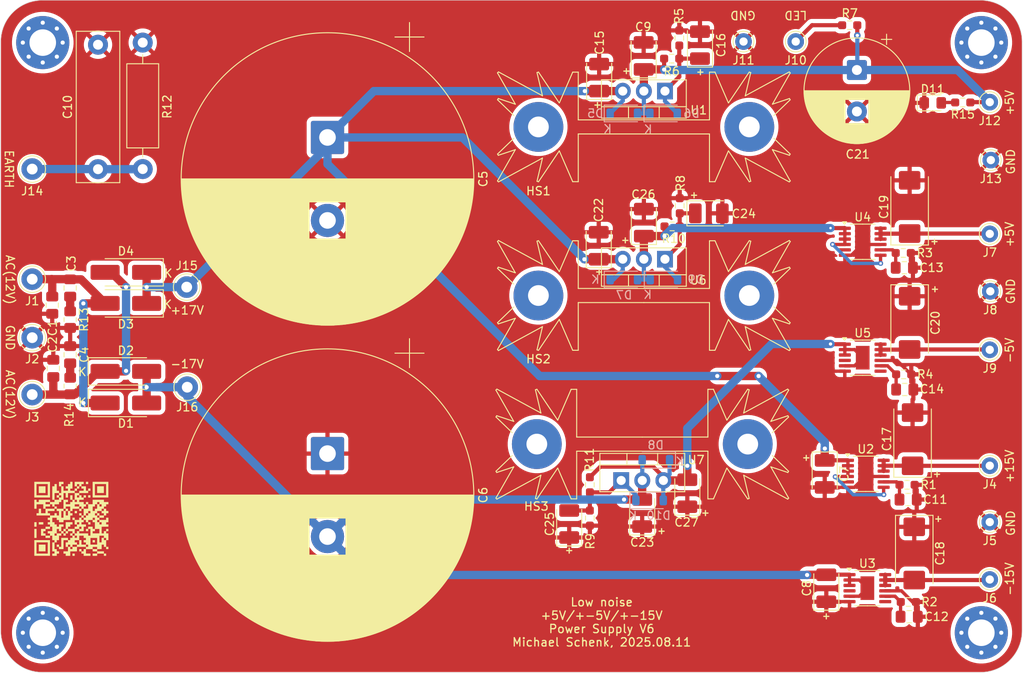
<source format=kicad_pcb>
(kicad_pcb (version 20241229) (generator "pcbnew") (generator_version "9.0")
  (layers (0 "F.Cu" signal) (2 "B.Cu" signal) (13 "F.Paste" user) (15 "B.Paste" user) (5 "F.SilkS" user "F.Silkscreen") (7 "B.SilkS" user "B.Silkscreen") (1 "F.Mask" user) (3 "B.Mask" user) (25 "Edge.Cuts" user))
  (net 0 "")
  (net 1 "+17V")
  (net 2 "Net-(D1-K)")
  (net 3 "Net-(D2-K)")
  (net 4 "GND")
  (net 5 "-17V")
  (net 6 "Net-(D5-A)")
  (net 7 "Net-(J14-Pin_1)")
  (net 8 "Net-(U2-SET)")
  (net 9 "Net-(U3-SET)")
  (net 10 "Net-(U4-SET)")
  (net 11 "Net-(U5-SET)")
  (net 12 "Net-(C3-Pad2)")
  (net 13 "Net-(C4-Pad2)")
  (net 14 "Net-(D6-A)")
  (net 15 "Net-(J4-Pin_1)")
  (net 16 "Net-(J6-Pin_1)")
  (net 17 "Net-(J7-Pin_1)")
  (net 18 "Net-(J9-Pin_1)")
  (net 19 "Net-(D9-A)")
  (net 20 "Net-(D10-K)")
  (net 21 "Net-(D7-A)")
  (net 22 "Net-(D10-A)")
  (net 23 "Net-(J10-Pin_1)")
  (net 30 "Net-(D11-A)")
  (footprint "Capacitor_SMD:C_0805_2012Metric_Pad1.18x1.45mm_HandSolder" (layer "F.Cu") (at 100.203 86.2545 -90)
    (property "Reference" "C1")
    (property "Value" "Cx/10nF/50V")
  )
  (footprint "Capacitor_SMD:C_0805_2012Metric_Pad1.18x1.45mm_HandSolder" (layer "F.Cu") (at 100.33 93.8745 -90)
    (property "Reference" "C2")
    (property "Value" "Cx/10nF/50V")
  )
  (footprint "Capacitor_SMD:C_0805_2012Metric_Pad1.18x1.45mm_HandSolder" (layer "F.Cu") (at 102.362 84.1795 -90)
    (property "Reference" "C3")
    (property "Value" "Cs/50V")
  )
  (footprint "Capacitor_SMD:C_0805_2012Metric_Pad1.18x1.45mm_HandSolder" (layer "F.Cu") (at 102.362 92.2235 -90)
    (property "Reference" "C4")
    (property "Value" "Cs/50V")
  )
  (footprint "Capacitor_THT:CP_Radial_D35.0mm_P10.00mm_SnapIn" (layer "F.Cu") (at 133.35 66.04 -90)
    (property "Reference" "C5")
    (property "Value" "22000uF/25VDC")
  )
  (footprint "Capacitor_THT:CP_Radial_D35.0mm_P10.00mm_SnapIn" (layer "F.Cu") (at 133.35 104.14 -90)
    (property "Reference" "C6")
    (property "Value" "22000uF/25VDC")
  )
  (footprint "Capacitor_Tantalum_SMD:CP_EIA-3528-21_Kemet-B_HandSolder" (layer "F.Cu") (at 193.2305 106.5905 -90)
    (property "Reference" "C7")
    (property "Value" "10uF/25V")
  )
  (footprint "Capacitor_Tantalum_SMD:CP_EIA-3528-21_Kemet-B_HandSolder" (layer "F.Cu") (at 193.421 120.37 90)
    (property "Reference" "C8")
    (property "Value" "10uF/25V")
  )
  (footprint "Capacitor_Tantalum_SMD:CP_EIA-3528-21_Kemet-B_HandSolder" (layer "F.Cu") (at 166.0652 58.8245 90)
    (property "Reference" "C15")
    (property "Value" "10uF/25V")
  )
  (footprint "Capacitor_Tantalum_SMD:CP_EIA-3528-21_Kemet-B_HandSolder" (layer "F.Cu") (at 178.2064 54.9129 90)
    (property "Reference" "C16")
    (property "Value" "10uF/25V")
  )
  (footprint "Capacitor_Tantalum_SMD:CP_EIA-7343-31_Kemet-D_HandSolder" (layer "F.Cu") (at 203.8096 102.4057 90)
    (property "Reference" "C17")
    (property "Value" "47uF/25V")
  )
  (footprint "Capacitor_Tantalum_SMD:CP_EIA-7343-31_Kemet-D_HandSolder" (layer "F.Cu") (at 204.0128 116.1725 -90)
    (property "Reference" "C18")
    (property "Value" "47uF/25V")
  )
  (footprint "Capacitor_Tantalum_SMD:CP_EIA-7343-31_Kemet-D_HandSolder" (layer "F.Cu") (at 203.454 74.4149 90)
    (property "Reference" "C19")
    (property "Value" "47uF/25V")
  )
  (footprint "Capacitor_Tantalum_SMD:CP_EIA-7343-31_Kemet-D_HandSolder" (layer "F.Cu") (at 203.454 88.3849 -90)
    (property "Reference" "C20")
    (property "Value" "47uF/25V")
  )
  (footprint "Capacitor_THT:CP_Radial_D12.5mm_P5.00mm" (layer "F.Cu") (at 197.104 57.912 -90)
    (property "Reference" "C21")
    (property "Value" "1000uF/35V")
  )
  (footprint "Capacitor_Tantalum_SMD:CP_EIA-3528-21_Kemet-B_HandSolder" (layer "F.Cu") (at 166.0144 79.0937 90)
    (property "Reference" "C22")
    (property "Value" "10uF/25V")
  )
  (footprint "Capacitor_Tantalum_SMD:CP_EIA-3528-21_Kemet-B_HandSolder" (layer "F.Cu") (at 179.2751 75.184)
    (property "Reference" "C24")
    (property "Value" "10uF/25V")
  )
  (footprint "Capacitor_Tantalum_SMD:CP_EIA-3528-21_Kemet-B_HandSolder" (layer "F.Cu") (at 171.45 76.2997 90)
    (property "Reference" "C26")
    (property "Value" "10uF/25V")
  )
  (footprint "Diode_SMD:D_SMA_Handsoldering" (layer "F.Cu") (at 109.0695 98.044)
    (property "Reference" "D1")
    (property "Value" "BYG20D")
  )
  (footprint "Diode_SMD:D_SMA_Handsoldering" (layer "F.Cu") (at 109.0695 94.234)
    (property "Reference" "D2")
    (property "Value" "BYG20D")
  )
  (footprint "Diode_SMD:D_SMA_Handsoldering" (layer "F.Cu") (at 109.0695 86.0425 180)
    (property "Reference" "D3")
    (property "Value" "BYG20D")
  )
  (footprint "Diode_SMD:D_SMA_Handsoldering" (layer "F.Cu") (at 109.0695 82.296 180)
    (property "Reference" "D4")
    (property "Value" "BYG20D")
  )
  (footprint "MountingHole:MountingHole_3.2mm_M3_Pad_Via" (layer "F.Cu") (at 99.06 54.61)
    (property "Reference" "H1" (hide yes))
    (property "Value" "MountingHole")
  )
  (footprint "MountingHole:MountingHole_3.2mm_M3_Pad_Via" (layer "F.Cu") (at 212.09 54.61)
    (property "Reference" "H2" (hide yes))
    (property "Value" "MountingHole")
  )
  (footprint "MountingHole:MountingHole_3.2mm_M3_Pad_Via" (layer "F.Cu") (at 212.09 125.73)
    (property "Reference" "H3" (hide yes))
    (property "Value" "MountingHole")
  )
  (footprint "MountingHole:MountingHole_3.2mm_M3_Pad_Via" (layer "F.Cu") (at 99.06 125.73)
    (property "Reference" "H4" (hide yes))
    (property "Value" "MountingHole")
  )
  (footprint "Heatsink:Heatsink_Fischer_SK104-STC-STIC_35x13mm_2xDrill2.5mm" (layer "F.Cu") (at 171.45 64.77 180)
    (property "Reference" "HS1")
    (property "Value" "Heatsink")
  )
  (footprint "Heatsink:Heatsink_Fischer_SK104-STC-STIC_35x13mm_2xDrill2.5mm" (layer "F.Cu") (at 171.45 85.09)
    (property "Reference" "HS2")
    (property "Value" "Heatsink")
  )
  (footprint "Connector_Pin:Pin_D1.3mm_L11.0mm" (layer "F.Cu") (at 97.79 83.1215)
    (property "Reference" "J1")
    (property "Value" "AC")
  )
  (footprint "Connector_Pin:Pin_D1.3mm_L11.0mm" (layer "F.Cu") (at 97.79 97.028)
    (property "Reference" "J3")
    (property "Value" "AC")
  )
  (footprint "Connector_Pin:Pin_D1.0mm_L10.0mm" (layer "F.Cu") (at 213.106 105.6005)
    (property "Reference" "J4")
    (property "Value" "+15V")
  )
  (footprint "Connector_Pin:Pin_D1.0mm_L10.0mm" (layer "F.Cu") (at 213.106 112.395)
    (property "Reference" "J5")
    (property "Value" "GND")
  )
  (footprint "Connector_Pin:Pin_D1.0mm_L10.0mm" (layer "F.Cu") (at 213.106 119.3165)
    (property "Reference" "J6")
    (property "Value" "-15V")
  )
  (footprint "Connector_Pin:Pin_D1.0mm_L10.0mm" (layer "F.Cu") (at 213.106 77.6605)
    (property "Reference" "J7")
    (property "Value" "+5V")
  )
  (footprint "Connector_Pin:Pin_D1.0mm_L10.0mm" (layer "F.Cu") (at 213.1695 84.582)
    (property "Reference" "J8")
    (property "Value" "GND")
  )
  (footprint "Connector_Pin:Pin_D1.0mm_L10.0mm" (layer "F.Cu") (at 213.106 91.6305)
    (property "Reference" "J9")
    (property "Value" "-5V")
  )
  (footprint "Connector_Pin:Pin_D1.0mm_L10.0mm" (layer "F.Cu") (at 189.738 54.483)
    (property "Reference" "J10")
    (property "Value" "LED")
  )
  (footprint "Connector_Pin:Pin_D1.0mm_L10.0mm" (layer "F.Cu") (at 183.4515 54.483)
    (property "Reference" "J11")
    (property "Value" "GND")
  )
  (footprint "Connector_Pin:Pin_D1.0mm_L10.0mm" (layer "F.Cu") (at 213.106 61.7855)
    (property "Reference" "J12")
    (property "Value" "+5V")
  )
  (footprint "Connector_Pin:Pin_D1.0mm_L10.0mm" (layer "F.Cu") (at 213.233 68.7705)
    (property "Reference" "J13")
    (property "Value" "GND")
  )
  (footprint "Resistor_SMD:R_0603_1608Metric_Pad0.98x0.95mm_HandSolder" (layer "F.Cu") (at 203.1473 107.8992)
    (property "Reference" "R1")
    (property "Value" "150k")
  )
  (footprint "Resistor_SMD:R_0603_1608Metric_Pad0.98x0.95mm_HandSolder" (layer "F.Cu") (at 203.2997 122.0216 180)
    (property "Reference" "R2")
    (property "Value" "150k")
  )
  (footprint "Resistor_SMD:R_0603_1608Metric_Pad0.98x0.95mm_HandSolder" (layer "F.Cu") (at 202.6901 79.9592)
    (property "Reference" "R3")
    (property "Value" "49.9k")
  )
  (footprint "Resistor_SMD:R_0603_1608Metric_Pad0.98x0.95mm_HandSolder" (layer "F.Cu") (at 202.7409 94.5896 180)
    (property "Reference" "R4")
    (property "Value" "49.9k")
  )
  (footprint "Resistor_SMD:R_0603_1608Metric_Pad0.98x0.95mm_HandSolder" (layer "F.Cu") (at 175.7172 54.0531 90)
    (property "Reference" "R5")
    (property "Value" "750R")
  )
  (footprint "Resistor_SMD:R_0603_1608Metric_Pad0.98x0.95mm_HandSolder" (layer "F.Cu") (at 174.8009 56.5404)
    (property "Reference" "R6")
    (property "Value" "249R")
  )
  (footprint "Resistor_SMD:R_0603_1608Metric_Pad0.98x0.95mm_HandSolder" (layer "F.Cu") (at 196.2385 52.5145)
    (property "Reference" "R7")
    (property "Value" "240R")
  )
  (footprint "Resistor_SMD:R_0603_1608Metric_Pad0.98x0.95mm_HandSolder" (layer "F.Cu") (at 175.768 74.2715 90)
    (property "Reference" "R8")
    (property "Value" "910R")
  )
  (footprint "Resistor_SMD:R_0603_1608Metric_Pad0.98x0.95mm_HandSolder" (layer "F.Cu") (at 174.8517 76.7588)
    (property "Reference" "R10")
    (property "Value" "240R")
  )
  (footprint "Package_TO_SOT_THT:TO-220-3_Vertical" (layer "F.Cu") (at 173.99 60.452 180)
    (property "Reference" "U1")
    (property "Value" "LM317_TO-220")
  )
  (footprint "Package_SO:MSOP-12-1EP_3x4.039mm_P0.65mm_EP1.651x2.845mm" (layer "F.Cu") (at 198.1745 106.5755)
    (property "Reference" "U2")
    (property "Value" "LT3045xMSE")
  )
  (footprint "Package_SO:MSOP-12-1EP_3x4.039mm_P0.65mm_EP1.651x2.845mm" (layer "F.Cu") (at 198.365 120.355)
    (property "Reference" "U3")
    (property "Value" "LT3094xMSE")
  )
  (footprint "Package_SO:MSOP-12-1EP_3x4.039mm_P0.65mm_EP1.651x2.845mm" (layer "F.Cu") (at 197.8025 78.613)
    (property "Reference" "U4")
    (property "Value" "LT3045xMSE")
  )
  (footprint "Package_SO:MSOP-12-1EP_3x4.039mm_P0.65mm_EP1.651x2.845mm" (layer "F.Cu") (at 197.8025 92.583)
    (property "Reference" "U5")
    (property "Value" "LT3094xMSE")
  )
  (footprint "Package_TO_SOT_THT:TO-220-3_Vertical" (layer "F.Cu") (at 173.99 80.7085 180)
    (property "Reference" "U6")
    (property "Value" "LM317_TO-220")
  )
  (footprint "Capacitor_Tantalum_SMD:CP_EIA-3528-21_Kemet-B_HandSolder" (layer "F.Cu") (at 171.4246 56.2121 90)
    (property "Reference" "C9")
    (property "Value" "10uF/25V")
  )
  (footprint "Capacitor_THT:C_Rect_L18.0mm_W5.0mm_P15.00mm_FKS3_FKP3" (layer "F.Cu") (at 105.7148 54.864 -90)
    (property "Reference" "C10")
    (property "Value" "2.2nF/2kV")
  )
  (footprint "Connector_Pin:Pin_D1.3mm_L11.0mm" (layer "F.Cu") (at 97.79 69.85)
    (property "Reference" "J14")
    (property "Value" "EARTH")
  )
  (footprint "Resistor_THT:R_Axial_DIN0411_L9.9mm_D3.6mm_P15.24mm_Horizontal" (layer "F.Cu") (at 111.0996 54.61 -90)
    (property "Reference" "R12")
    (property "Value" "100R/2W")
  )
  (footprint "Capacitor_SMD:C_0805_2012Metric_Pad1.18x1.45mm_HandSolder" (layer "F.Cu") (at 203.2723 109.6772)
    (property "Reference" "C11")
    (property "Value" "470nF/50V")
  )
  (footprint "Capacitor_SMD:C_0805_2012Metric_Pad1.18x1.45mm_HandSolder" (layer "F.Cu") (at 203.4032 123.7996 180)
    (property "Reference" "C12")
    (property "Value" "470nF/50V")
  )
  (footprint "Capacitor_SMD:C_0805_2012Metric_Pad1.18x1.45mm_HandSolder" (layer "F.Cu") (at 202.8151 81.7372)
    (property "Reference" "C13")
    (property "Value" "470nF/50V")
  )
  (footprint "Capacitor_SMD:C_0805_2012Metric_Pad1.18x1.45mm_HandSolder" (layer "F.Cu") (at 202.8659 96.4184 180)
    (property "Reference" "C14")
    (property "Value" "470nF/50V")
  )
  (footprint "Resistor_SMD:R_0603_1608Metric_Pad0.98x0.95mm_HandSolder" (layer "F.Cu") (at 164.9476 107.9011 90)
    (property "Reference" "R11")
    (property "Value" "240R")
  )
  (footprint "Resistor_SMD:R_0603_1608Metric_Pad0.98x0.95mm_HandSolder" (layer "F.Cu") (at 164.9476 111.9105 90)
    (property "Reference" "R9")
    (property "Value" "910R")
  )
  (footprint "Package_TO_SOT_THT:TO-220-3_Vertical" (layer "F.Cu") (at 168.7195 107.3785)
    (property "Reference" "U7")
    (property "Value" "LM337_TO220")
  )
  (footprint "Heatsink:Heatsink_Fischer_SK104-STC-STIC_35x13mm_2xDrill2.5mm" (layer "F.Cu") (at 171.2595 102.997)
    (property "Reference" "HS3")
    (property "Value" "Heatsink")
  )
  (footprint "Capacitor_Tantalum_SMD:CP_EIA-3528-21_Kemet-B_HandSolder" (layer "F.Cu") (at 171.2468 111.3047 90)
    (property "Reference" "C23")
    (property "Value" "10uF/25V")
  )
  (footprint "Capacitor_Tantalum_SMD:CP_EIA-3528-21_Kemet-B_HandSolder" (layer "F.Cu") (at 162.4584 112.6255 90)
    (property "Reference" "C25")
    (property "Value" "10uF/25V")
  )
  (footprint "Capacitor_Tantalum_SMD:CP_EIA-3528-21_Kemet-B_HandSolder" (layer "F.Cu") (at 176.6824 108.9171 90)
    (property "Reference" "C27")
    (property "Value" "10uF/25V")
  )
  (footprint "Connector_Pin:Pin_D1.3mm_L11.0mm" (layer "F.Cu") (at 116.3955 84.074)
    (property "Reference" "J15")
    (property "Value" "+17V")
  )
  (footprint "Connector_Pin:Pin_D1.3mm_L11.0mm" (layer "F.Cu") (at 116.459 96.139)
    (property "Reference" "J16")
    (property "Value" "-17V")
  )
  (footprint "Connector_Pin:Pin_D1.3mm_L11.0mm" (layer "F.Cu") (at 97.79 90.17)
    (property "Reference" "J2")
    (property "Value" "GND")
  )
  (footprint "Resistor_SMD:R_0603_1608Metric_Pad0.98x0.95mm_HandSolder" (layer "F.Cu") (at 209.8529 61.8236 180)
    (property "Reference" "R15")
    (property "Value" "330R")
  )
  (footprint "Resistor_SMD:R_0805_2012Metric_Pad1.20x1.40mm_HandSolder" (layer "F.Cu") (at 102.362 95.996 -90)
    (property "Reference" "R14")
    (property "Value" "Rs/1/8W")
  )
  (footprint "Resistor_SMD:R_0805_2012Metric_Pad1.20x1.40mm_HandSolder" (layer "F.Cu") (at 102.362 87.995 -90)
    (property "Reference" "R13")
    (property "Value" "Rs/1/8W")
  )
  (footprint "LOGO" (layer "F.Cu") (at 102.5 112)
    (property "Reference" "G***" (hide yes))
    (property "Value" "LOGO" (hide yes))
  )
  (footprint "LED_SMD:LED_0805_2012Metric_Pad1.15x1.40mm_HandSolder" (layer "F.Cu") (at 206.239 61.8744)
    (property "Reference" "D11")
    (property "Value" "LED")
  )
  (footprint "Diode_SMD:D_SOD-123" (layer "B.Cu") (at 169.038 63.1444)
    (property "Reference" "D5")
    (property "Value" "1N4148W")
  )
  (footprint "Diode_SMD:D_SOD-123" (layer "B.Cu") (at 173.8239 63.1444)
    (property "Reference" "D6")
    (property "Value" "1N4148W")
  )
  (footprint "Diode_SMD:D_SOD-123" (layer "B.Cu") (at 169.038 83.1596)
    (property "Reference" "D7")
    (property "Value" "1N4148W")
  )
  (footprint "Diode_SMD:D_SOD-123" (layer "B.Cu") (at 173.862 83.1596)
    (property "Reference" "D9")
    (property "Value" "1N4148W")
  )
  (footprint "Diode_SMD:D_SOD-123" (layer "B.Cu") (at 172.1368 109.7788)
    (property "Reference" "D10")
    (property "Value" "1N4148W")
  )
  (footprint "Diode_SMD:D_SOD-123" (layer "B.Cu") (at 172.8968 104.902 180)
    (property "Reference" "D8")
    (property "Value" "1N4148W")
  )
  (gr_line (start 212 130.5) (end 99 130.5) (stroke (width 0.05)) (layer "Edge.Cuts"))
  (gr_line (start 94 125.5) (end 94 54.5) (stroke (width 0.05)) (layer "Edge.Cuts"))
  (gr_arc (start 99 130.5) (mid 95.464466 129.035534) (end 94 125.5) (stroke (width 0.05)) (layer "Edge.Cuts"))
  (gr_arc (start 94 54.5) (mid 95.464466 50.964466) (end 99 49.5) (stroke (width 0.05)) (layer "Edge.Cuts"))
  (gr_arc (start 212 49.5) (mid 215.535534 50.964466) (end 217 54.5) (stroke (width 0.05)) (layer "Edge.Cuts"))
  (gr_line (start 217 54.5) (end 217 125.5) (stroke (width 0.05)) (layer "Edge.Cuts"))
  (gr_line (start 99 49.5) (end 212 49.5) (stroke (width 0.05)) (layer "Edge.Cuts"))
  (gr_arc (start 217 125.5) (mid 215.535534 129.035534) (end 212 130.5) (stroke (width 0.05)) (layer "Edge.Cuts"))
  (gr_text "+17V" (at 116.459 86.868 0) (layer "F.SilkS") (effects (font (size 1 1))))
  (gr_text "-17V" (at 116.459 93.345 0) (layer "F.SilkS") (effects (font (size 1 1))))
  (gr_text "K" (at 114.1095 86.1695 0) (layer "F.SilkS") (effects (font (size 1 1))))
  (gr_text "K" (at 103.8225 94.2975 0) (layer "F.SilkS") (effects (font (size 1 1))))
  (gr_text "K" (at 103.8225 97.9805 0) (layer "F.SilkS") (effects (font (size 1 1))))
  (gr_text "AC(12V)" (at 95.123 83.185 270) (layer "F.SilkS") (effects (font (size 1 1))))
  (gr_text "AC(12V)" (at 95.123 97.028 270) (layer "F.SilkS") (effects (font (size 1 1))))
  (gr_text "EARTH" (at 94.996 69.85 -90) (layer "F.SilkS") (effects (font (size 1 1))))
  (gr_text "GND" (at 183.388 51.308 180) (layer "F.SilkS") (effects (font (size 1 1))))
  (gr_text "LED" (at 189.738 51.308 180) (layer "F.SilkS") (effects (font (size 1 1))))
  (gr_text "+5V" (at 215.5 77.724 90) (layer "F.SilkS") (effects (font (size 1 1))))
  (gr_text "-5V" (at 215.5 91.694 90) (layer "F.SilkS") (effects (font (size 1 1))))
  (gr_text "GND" (at 215.627 68.961 90) (layer "F.SilkS") (effects (font (size 1 1))))
  (gr_text "GND" (at 215.627 84.582 90) (layer "F.SilkS") (effects (font (size 1 1))))
  (gr_text "GND" (at 215.627 112.522 90) (layer "F.SilkS") (effects (font (size 1 1))))
  (gr_text "-15V" (at 215.5 119.25 90) (layer "F.SilkS") (effects (font (size 1 1))))
  (gr_text "+15V" (at 215.5 105.664 90) (layer "F.SilkS") (effects (font (size 1 1))))
  (gr_text "+" (at 173.5836 113.4364 0) (layer "F.SilkS") (effects (font (size 0.8 0.8))))
  (gr_text "+" (at 166.0652 82.1944 0) (layer "F.SilkS") (effects (font (size 0.8 0.8))))
  (gr_text "GND" (at 95.123 90.17 270) (layer "F.SilkS") (effects (font (size 1 1))))
  (gr_text "+" (at 165.862 62.0776 0) (layer "F.SilkS") (effects (font (size 0.8 0.8))))
  (gr_text "+" (at 206.502 84.2772 0) (layer "F.SilkS") (effects (font (size 0.8 0.8))))
  (gr_text "+" (at 206.756 106.5784 0) (layer "F.SilkS") (effects (font (size 0.8 0.8))))
  (gr_text "+" (at 177.4952 72.9488 0) (layer "F.SilkS") (effects (font (size 0.8 0.8))))
  (gr_text "+" (at 191.008 104.5972 0) (layer "F.SilkS") (effects (font (size 0.8 0.8))))
  (gr_text "+" (at 178.2572 58.1152 0) (layer "F.SilkS") (effects (font (size 0.8 0.8))))
  (gr_text "+" (at 193.421 123.698 0) (layer "F.SilkS") (effects (font (size 0.8 0.8))))
  (gr_text "K" (at 114.173 82.423 0) (layer "F.SilkS") (effects (font (size 1 1))))
  (gr_text "+" (at 206.9084 111.9632 0) (layer "F.SilkS") (effects (font (size 0.8 0.8))))
  (gr_text "+" (at 162.4584 115.7732 0) (layer "F.SilkS") (effects (font (size 0.8 0.8))))
  (gr_text "+" (at 169.3418 57.9882 0) (layer "F.SilkS") (effects (font (size 0.8 0.8))))
  (gr_text "Low noise\n+5V/+-5V/+-15V\nPower Supply V6\nMichael Schenk, 2025.08.11" (at 166.37 124.46 0) (layer "F.SilkS") (effects (font (size 1 1))))
  (gr_text "+5V" (at 215.5 61.849 90) (layer "F.SilkS") (effects (font (size 1 1))))
  (gr_text "+" (at 206.4512 78.5368 0) (layer "F.SilkS") (effects (font (size 0.8 0.8))))
  (gr_text "+" (at 169.2148 78.3844 0) (layer "F.SilkS") (effects (font (size 0.8 0.8))))
  (gr_text "+" (at 178.8668 111.252 0) (layer "F.SilkS") (effects (font (size 0.8 0.8))))
  (gr_text "K" (at 170.1292 111.6584 -0) (layer "B.SilkS") (effects (font (size 1 1)) (justify mirror)))
  (gr_text "K" (at 175.768 105.1052 -0) (layer "B.SilkS") (effects (font (size 1 1)) (justify mirror)))
  (gr_text "K" (at 165.608 83.1596 -0) (layer "B.SilkS") (effects (font (size 1 1)) (justify mirror)))
  (gr_text "K" (at 171.9072 84.9884 -0) (layer "B.SilkS") (effects (font (size 1 1)) (justify mirror)))
  (gr_text "K" (at 167.0812 65.024 -0) (layer "B.SilkS") (effects (font (size 1 1)) (justify mirror)))
  (gr_text "K" (at 171.958 65.0748 -0) (layer "B.SilkS") (effects (font (size 1 1)) (justify mirror)))
  (segment (start 111.5695 84.074) (end 111.5695 82.296) (width 1) (layer "F.Cu") (net 1))
  (segment (start 166.0144 80.7212) (end 168.8973 80.7212) (width 1) (layer "F.Cu") (net 1))
  (segment (start 196.0245 106.9005) (end 196.0245 104.9505) (width 0.4) (layer "F.Cu") (net 1))
  (segment (start 200.3245 108.2005) (end 200.3245 109.075) (width 0.4) (layer "F.Cu") (net 1))
  (segment (start 193.2305 104.963) (end 193.2305 103.5431) (width 1) (layer "F.Cu") (net 1))
  (segment (start 166.0652 60.452) (end 164.338 60.452) (width 1) (layer "F.Cu") (net 1))
  (segment (start 185.2676 94.7928) (end 180.2892 94.7928) (width 1) (layer "F.Cu") (net 1))
  (segment (start 166.0144 80.7212) (end 164.2872 80.7212) (width 1) (layer "F.Cu") (net 1))
  (segment (start 166.0652 60.452) (end 168.91 60.452) (width 1) (layer "F.Cu") (net 1))
  (segment (start 168.8973 80.7212) (end 168.91 80.7085) (width 1) (layer "F.Cu") (net 1))
  (segment (start 200.3245 109.075) (end 200.3425 109.093) (width 0.4) (layer "F.Cu") (net 1))
  (segment (start 194.534 106.9005) (end 194.5005 106.934) (width 0.4) (layer "F.Cu") (net 1))
  (segment (start 196.0245 104.9505) (end 193.2455 104.9505) (width 0.5) (layer "F.Cu") (net 1))
  (segment (start 193.2305 103.5431) (end 193.2432 103.5304) (width 1) (layer "F.Cu") (net 1))
  (segment (start 111.5695 86.0425) (end 111.5695 84.074) (width 1) (layer "F.Cu") (net 1))
  (segment (start 196.0245 106.9005) (end 194.534 106.9005) (width 0.4) (layer "F.Cu") (net 1))
  (via (at 164.338 60.452) (size 1) (drill 0.5) (layers "F.Cu" "B.Cu") (net 1))
  (via (at 180.2892 94.7928) (size 1) (drill 0.5) (layers "F.Cu" "B.Cu") (net 1))
  (via (at 193.2432 103.5304) (size 1) (drill 0.5) (layers "F.Cu" "B.Cu") (net 1))
  (via (at 111.5695 84.074) (size 1) (drill 0.5) (layers "F.Cu" "B.Cu") (net 1))
  (via (at 200.3425 109.093) (size 0.6) (drill 0.3) (layers "F.Cu" "B.Cu") (net 1))
  (via (at 185.2676 94.7928) (size 1) (drill 0.5) (layers "F.Cu" "B.Cu") (net 1))
  (via (at 194.5005 106.934) (size 0.6) (drill 0.3) (layers "F.Cu" "B.Cu") (net 1))
  (via (at 164.2872 80.7212) (size 1) (drill 0.5) (layers "F.Cu" "B.Cu") (net 1))
  (segment (start 164.338 60.452) (end 138.938 60.452) (width 1) (layer "B.Cu") (net 1))
  (segment (start 167.7924 83.1596) (end 168.91 82.042) (width 0.5) (layer "B.Cu") (net 1))
  (segment (start 164.2872 80.7212) (end 149.606 66.04) (width 1) (layer "B.Cu") (net 1))
  (segment (start 193.2432 102.7684) (end 185.2676 94.7928) (width 1) (layer "B.Cu") (net 1))
  (segment (start 200.3425 109.093) (end 196.6595 109.093) (width 0.4) (layer "B.Cu") (net 1))
  (segment (start 196.6595 109.093) (end 194.5005 106.934) (width 0.4) (layer "B.Cu") (net 1))
  (segment (start 168.91 82.042) (end 168.91 80.7085) (width 0.5) (layer "B.Cu") (net 1))
  (segment (start 158.9024 94.7928) (end 133.35 69.2404) (width 1) (layer "B.Cu") (net 1))
  (segment (start 138.938 60.452) (end 133.35 66.04) (width 1) (layer "B.Cu") (net 1))
  (segment (start 167.388 83.1596) (end 167.7924 83.1596) (width 0.5) (layer "B.Cu") (net 1))
  (segment (start 167.388 63.1444) (end 168.91 61.6224) (width 0.5) (layer "B.Cu") (net 1))
  (segment (start 180.2892 94.7928) (end 158.9024 94.7928) (width 1) (layer "B.Cu") (net 1))
  (segment (start 193.2432 103.5304) (end 193.2432 102.7684) (width 1) (layer "B.Cu") (net 1))
  (segment (start 168.91 61.6224) (end 168.91 60.452) (width 0.5) (layer "B.Cu") (net 1))
  (segment (start 133.35 69.2404) (end 133.35 66.04) (width 1) (layer "B.Cu") (net 1))
  (segment (start 149.606 66.04) (end 133.35 66.04) (width 1) (layer "B.Cu") (net 1))
  (segment (start 116.3955 84.074) (end 111.5695 84.074) (width 1) (layer "B.Cu") (net 1))
  (segment (start 133.35 67.1195) (end 116.3955 84.074) (width 1) (layer "B.Cu") (net 1))
  (segment (start 106.5695 98.044) (end 103.9495 98.044) (width 1) (layer "F.Cu") (net 2))
  (segment (start 100.1395 83.1215) (end 102.3415 83.1215) (width 1) (layer "F.Cu") (net 2))
  (segment (start 102.362 83.142) (end 103.669 83.142) (width 1) (layer "F.Cu") (net 2))
  (segment (start 103.669 83.142) (end 106.5695 86.0425) (width 1) (layer "F.Cu") (net 2))
  (segment (start 100.203 83.185) (end 100.1395 83.1215) (width 1) (layer "F.Cu") (net 2))
  (segment (start 102.3415 83.1215) (end 102.362 83.142) (width 1) (layer "F.Cu") (net 2))
  (segment (start 100.203 85.217) (end 100.203 83.185) (width 1) (layer "F.Cu") (net 2))
  (segment (start 106.5695 86.0425) (end 103.9495 86.0425) (width 1) (layer "F.Cu") (net 2))
  (segment (start 97.79 83.1215) (end 100.1395 83.1215) (width 1) (layer "F.Cu") (net 2))
  (via (at 103.9495 98.044) (size 1) (drill 0.5) (layers "F.Cu" "B.Cu") (net 2))
  (via (at 103.9495 86.0425) (size 1) (drill 0.5) (layers "F.Cu" "B.Cu") (net 2))
  (segment (start 103.9495 98.044) (end 103.9495 86.0425) (width 1) (layer "B.Cu") (net 2))
  (segment (start 102.9575 96.996) (end 105.7195 94.234) (width 1) (layer "F.Cu") (net 3))
  (segment (start 100.711 97.028) (end 102.33 97.028) (width 1) (layer "F.Cu") (net 3))
  (segment (start 107.315 82.296) (end 109.093 84.074) (width 1) (layer "F.Cu") (net 3))
  (segment (start 106.5695 94.234) (end 109.0295 94.234) (width 1) (layer "F.Cu") (net 3))
  (segment (start 102.362 96.996) (end 102.9575 96.996) (width 1) (layer "F.Cu") (net 3))
  (segment (start 105.7195 94.234) (end 106.5695 94.234) (width 1) (layer "F.Cu") (net 3))
  (segment (start 100.33 96.647) (end 100.711 97.028) (width 1) (layer "F.Cu") (net 3))
  (segment (start 97.79 97.028) (end 100.711 97.028) (width 1) (layer "F.Cu") (net 3))
  (segment (start 100.33 94.912) (end 100.33 96.647) (width 1) (layer "F.Cu") (net 3))
  (segment (start 109.0295 94.234) (end 109.093 94.1705) (width 0.5) (layer "F.Cu") (net 3))
  (segment (start 102.33 97.028) (end 102.362 96.996) (width 1) (layer "F.Cu") (net 3))
  (via (at 109.093 84.074) (size 1) (drill 0.5) (layers "F.Cu" "B.Cu") (net 3))
  (via (at 109.093 94.1705) (size 1) (drill 0.5) (layers "F.Cu" "B.Cu") (net 3))
  (segment (start 109.093 94.1705) (end 109.093 84.074) (width 1) (layer "B.Cu") (net 3))
  (segment (start 199.9525 78.938) (end 198.1275 78.938) (width 0.4) (layer "F.Cu") (net 4))
  (segment (start 198.4995 106.9005) (end 198.1745 106.5755) (width 0.4) (layer "F.Cu") (net 4))
  (segment (start 196.215 121.98) (end 193.4385 121.98) (width 0.4) (layer "F.Cu") (net 4))
  (segment (start 196.0245 109.7661) (end 196.0372 109.7788) (width 0.4) (layer "F.Cu") (net 4))
  (segment (start 196.0245 108.2005) (end 196.0245 109.7661) (width 0.4) (layer "F.Cu") (net 4))
  (segment (start 197.8025 78.874292) (end 197.8025 78.613) (width 0.4) (layer "F.Cu") (net 4))
  (segment (start 200.3245 106.9005) (end 198.4995 106.9005) (width 0.4) (layer "F.Cu") (net 4))
  (segment (start 198.1275 78.938) (end 197.8025 78.613) (width 0.4) (layer "F.Cu") (net 4))
  (segment (start 196.810792 108.2005) (end 198.1745 106.836792) (width 0.4) (layer "F.Cu") (net 4))
  (segment (start 203.60612 94.5896) (end 203.6534 94.5896) (width 0.4) (layer "F.Cu") (net 4))
  (segment (start 199.9525 92.908) (end 201.92452 92.908) (width 0.4) (layer "F.Cu") (net 4))
  (segment (start 193.248 108.2005) (end 193.2305 108.218) (width 0.4) (layer "F.Cu") (net 4))
  (segment (start 202.46772 120.68) (end 203.80932 122.0216) (width 0.4) (layer "F.Cu") (net 4))
  (segment (start 201.92452 92.908) (end 203.60612 94.5896) (width 0.4) (layer "F.Cu") (net 4))
  (segment (start 196.0245 108.2005) (end 196.810792 108.2005) (width 0.4) (layer "F.Cu") (net 4))
  (segment (start 196.215 121.98) (end 196.215 123.317) (width 0.4) (layer "F.Cu") (net 4))
  (segment (start 193.4385 121.98) (end 193.421 121.9975) (width 0.4) (layer "F.Cu") (net 4))
  (segment (start 193.4712 94.208) (end 193.4464 94.1832) (width 0.4) (layer "F.Cu") (net 4))
  (segment (start 195.6525 94.208) (end 193.4712 94.208) (width 0.4) (layer "F.Cu") (net 4))
  (segment (start 195.6525 96.0411) (end 195.6308 96.0628) (width 0.4) (layer "F.Cu") (net 4))
  (segment (start 196.215 123.317) (end 196.2404 123.3424) (width 0.4) (layer "F.Cu") (net 4))
  (segment (start 196.0245 108.2005) (end 193.248 108.2005) (width 0.4) (layer "F.Cu") (net 4))
  (segment (start 198.1745 106.836792) (end 198.1745 106.5755) (width 0.4) (layer "F.Cu") (net 4))
  (segment (start 196.438792 80.238) (end 197.8025 78.874292) (width 0.4) (layer "F.Cu") (net 4))
  (segment (start 195.6525 80.238) (end 196.438792 80.238) (width 0.4) (layer "F.Cu") (net 4))
  (segment (start 200.515 120.68) (end 202.46772 120.68) (width 0.4) (layer "F.Cu") (net 4))
  (segment (start 203.80932 122.0216) (end 204.2122 122.0216) (width 0.4) (layer "F.Cu") (net 4))
  (segment (start 195.6525 94.208) (end 195.6525 96.0411) (width 0.4) (layer "F.Cu") (net 4))
  (segment (start 111.5695 96.139) (end 111.5695 94.234) (width 1) (layer "F.Cu") (net 5))
  (segment (start 197.39 121.33) (end 198.365 120.355) (width 0.4) (layer "F.Cu") (net 5))
  (segment (start 191.1375 118.7425) (end 191.1096 118.7704) (width 1) (layer "F.Cu") (net 5))
  (segment (start 196.215 119.38) (end 197.39 119.38) (width 0.4) (layer "F.Cu") (net 5))
  (segment (start 171.2468 109.6772) (end 171.2468 107.3912) (width 1) (layer "F.Cu") (net 5))
  (segment (start 171.2468 109.6772) (end 169.0624 109.6772) (width 1) (layer "F.Cu") (net 5))
  (segment (start 196.215 120.03) (end 196.215 118.73) (width 0.4) (layer "F.Cu") (net 5))
  (segment (start 196.215 118.73) (end 193.436 118.73) (width 0.5) (layer "F.Cu") (net 5))
  (segment (start 193.421 118.7425) (end 191.1375 118.7425) (width 1) (layer "F.Cu") (net 5))
  (segment (start 171.2468 107.3912) (end 171.2595 107.3785) (width 1) (layer "F.Cu") (net 5))
  (segment (start 111.5695 98.044) (end 111.5695 96.139) (width 1) (layer "F.Cu") (net 5))
  (segment (start 197.39 119.38) (end 198.365 120.355) (width 0.4) (layer "F.Cu") (net 5))
  (segment (start 196.215 121.33) (end 197.39 121.33) (width 0.4) (layer "F.Cu") (net 5))
  (via (at 191.1096 118.7704) (size 1) (drill 0.5) (layers "F.Cu" "B.Cu") (net 5))
  (via (at 169.0624 109.6772) (size 1) (drill 0.5) (layers "F.Cu" "B.Cu") (net 5))
  (via (at 111.5695 96.139) (size 1) (drill 0.5) (layers "F.Cu" "B.Cu") (net 5))
  (segment (start 169.0624 109.6772) (end 137.8128 109.6772) (width 1) (layer "B.Cu") (net 5))
  (segment (start 116.459 97.249) (end 116.459 96.139) (width 1) (layer "B.Cu") (net 5))
  (segment (start 137.8128 109.6772) (end 133.35 114.14) (width 1) (layer "B.Cu") (net 5))
  (segment (start 171.2595 107.3785) (end 171.2595 104.9147) (width 0.5) (layer "B.Cu") (net 5))
  (segment (start 133.35 114.14) (end 116.459 97.249) (width 1) (layer "B.Cu") (net 5))
  (segment (start 191.1096 118.7704) (end 137.9804 118.7704) (width 1) (layer "B.Cu") (net 5))
  (segment (start 116.459 96.139) (end 111.5695 96.139) (width 1) (layer "B.Cu") (net 5))
  (segment (start 137.9804 118.7704) (end 133.35 114.14) (width 1) (layer "B.Cu") (net 5))
  (segment (start 171.2595 104.9147) (end 171.2468 104.902) (width 0.5) (layer "B.Cu") (net 5))
  (segment (start 173.8668 57.8396) (end 173.8884 57.8612) (width 1) (layer "F.Cu") (net 6))
  (segment (start 173.8884 56.5404) (end 173.8884 57.8612) (width 0.5) (layer "F.Cu") (net 6))
  (segment (start 210.8035 61.7855) (end 210.7654 61.8236) (width 0.5) (layer "F.Cu") (net 6))
  (segment (start 197.151 52.5145) (end 197.151 53.7426) (width 0.5) (layer "F.Cu") (net 6))
  (segment (start 171.45 57.865) (end 171.4246 57.8396) (width 1) (layer "F.Cu") (net 6))
  (segment (start 213.106 61.7855) (end 210.8035 61.7855) (width 0.5) (layer "F.Cu") (net 6))
  (segment (start 171.45 60.452) (end 171.45 57.865) (width 1) (layer "F.Cu") (net 6))
  (segment (start 171.4246 57.8396) (end 173.8668 57.8396) (width 1) (layer "F.Cu") (net 6))
  (segment (start 197.151 53.7426) (end 197.1548 53.7464) (width 0.5) (layer "F.Cu") (net 6))
  (via (at 173.8884 57.8612) (size 1) (drill 0.5) (layers "F.Cu" "B.Cu") (net 6))
  (via (at 197.1548 53.7464) (size 0.8) (drill 0.4) (layers "F.Cu" "B.Cu") (net 6))
  (segment (start 173.8884 57.8612) (end 173.9392 57.912) (width 1) (layer "B.Cu") (net 6))
  (segment (start 171.5008 63.1444) (end 170.688 63.1444) (width 0.5) (layer "B.Cu") (net 6))
  (segment (start 197.1548 57.8612) (end 197.104 57.912) (width 0.5) (layer "B.Cu") (net 6))
  (segment (start 173.9392 57.912) (end 197.104 57.912) (width 1) (layer "B.Cu") (net 6))
  (segment (start 171.45 63.0936) (end 171.5008 63.1444) (width 0.5) (layer "B.Cu") (net 6))
  (segment (start 209.2325 57.912) (end 213.106 61.7855) (width 1) (layer "B.Cu") (net 6))
  (segment (start 197.1548 53.7464) (end 197.1548 57.8612) (width 0.5) (layer "B.Cu") (net 6))
  (segment (start 171.45 60.452) (end 171.45 63.0936) (width 0.5) (layer "B.Cu") (net 6))
  (segment (start 197.104 57.912) (end 209.2325 57.912) (width 1) (layer "B.Cu") (net 6))
  (segment (start 172.1739 63.1444) (end 171.5008 63.1444) (width 0.5) (layer "B.Cu") (net 6))
  (segment (start 111.0856 69.864) (end 111.0996 69.85) (width 1) (layer "B.Cu") (net 7))
  (segment (start 105.7148 69.864) (end 111.0856 69.864) (width 1) (layer "B.Cu") (net 7))
  (segment (start 97.79 69.85) (end 105.7008 69.85) (width 1) (layer "B.Cu") (net 7))
  (segment (start 105.7008 69.85) (end 105.7148 69.864) (width 1) (layer "B.Cu") (net 7))
  (segment (start 202.2348 109.6772) (end 202.2348 107.8992) (width 0.4) (layer "F.Cu") (net 8))
  (segment (start 201.8861 107.5505) (end 202.2348 107.8992) (width 0.4) (layer "F.Cu") (net 8))
  (segment (start 200.3245 107.5505) (end 201.8861 107.5505) (width 0.4) (layer "F.Cu") (net 8))
  (segment (start 202.3657 123.7996) (end 202.3657 122.0431) (width 0.4) (layer "F.Cu") (net 9))
  (segment (start 201.6956 121.33) (end 202.3872 122.0216) (width 0.4) (layer "F.Cu") (net 9))
  (segment (start 200.515 121.33) (end 201.6956 121.33) (width 0.4) (layer "F.Cu") (net 9))
  (segment (start 202.3657 122.0431) (end 202.3872 122.0216) (width 0.4) (layer "F.Cu") (net 9))
  (segment (start 201.7776 81.7372) (end 201.7776 79.9592) (width 0.4) (layer "F.Cu") (net 10))
  (segment (start 201.4064 79.588) (end 201.7776 79.9592) (width 0.4) (layer "F.Cu") (net 10))
  (segment (start 199.9525 79.588) (end 201.4064 79.588) (width 0.4) (layer "F.Cu") (net 10))
  (segment (start 200.7968 93.558) (end 201.8284 94.5896) (width 0.4) (layer "F.Cu") (net 11))
  (segment (start 199.9525 93.558) (end 200.7968 93.558) (width 0.4) (layer "F.Cu") (net 11))
  (segment (start 201.8284 96.4184) (end 201.8284 94.5896) (width 0.4) (layer "F.Cu") (net 11))
  (segment (start 102.362 86.995) (end 102.362 85.217) (width 1) (layer "F.Cu") (net 12))
  (segment (start 102.362 94.996) (end 102.362 93.261) (width 1) (layer "F.Cu") (net 13))
  (segment (start 178.2064 56.5404) (end 175.7134 56.5404) (width 0.5) (layer "F.Cu") (net 14))
  (segment (start 175.7134 54.9694) (end 175.7172 54.9656) (width 0.5) (layer "F.Cu") (net 14))
  (segment (start 175.7134 58.7286) (end 173.99 60.452) (width 0.5) (layer "F.Cu") (net 14))
  (segment (start 175.7134 56.5404) (end 175.7134 54.9694) (width 0.5) (layer "F.Cu") (net 14))
  (segment (start 175.7134 56.5404) (end 175.7134 58.7286) (width 0.5) (layer "F.Cu") (net 14))
  (segment (start 173.99 60.452) (end 173.99 61.6605) (width 0.5) (layer "B.Cu") (net 14))
  (segment (start 173.99 61.6605) (end 175.4739 63.1444) (width 0.5) (layer "B.Cu") (net 14))
  (segment (start 200.3245 105.6005) (end 203.7969 105.6005) (width 0.5) (layer "F.Cu") (net 15))
  (segment (start 200.3245 104.9505) (end 200.3245 106.2505) (width 0.5) (layer "F.Cu") (net 15))
  (segment (start 203.8096 105.6132) (end 213.0933 105.6132) (width 0.5) (layer "F.Cu") (net 15))
  (segment (start 213.0933 105.6132) (end 213.106 105.6005) (width 0.5) (layer "F.Cu") (net 15))
  (segment (start 203.7969 105.6005) (end 203.8096 105.6132) (width 0.5) (layer "F.Cu") (net 15))
  (segment (start 200.515 118.73) (end 200.515 120.03) (width 0.5) (layer "F.Cu") (net 16))
  (segment (start 204.0128 119.38) (end 213.0425 119.38) (width 0.5) (layer "F.Cu") (net 16))
  (segment (start 200.515 119.38) (end 204.0128 119.38) (width 0.5) (layer "F.Cu") (net 16))
  (segment (start 213.0425 119.38) (end 213.106 119.3165) (width 0.5) (layer "F.Cu") (net 16))
  (segment (start 203.454 77.6224) (end 213.0679 77.6224) (width 0.5) (layer "F.Cu") (net 17))
  (segment (start 203.4384 77.638) (end 203.454 77.6224) (width 0.5) (layer "F.Cu") (net 17))
  (segment (start 213.0679 77.6224) (end 213.106 77.6605) (width 0.5) (layer "F.Cu") (net 17))
  (segment (start 199.9525 77.638) (end 203.4384 77.638) (width 0.5) (layer "F.Cu") (net 17))
  (segment (start 199.9525 76.988) (end 199.9525 78.288) (width 0.5) (layer "F.Cu") (net 17))
  (segment (start 199.9525 90.958) (end 199.9525 92.258) (width 0.5) (layer "F.Cu") (net 18))
  (segment (start 203.4384 91.608) (end 203.454 91.5924) (width 0.5) (layer "F.Cu") (net 18))
  (segment (start 203.454 91.5924) (end 213.0679 91.5924) (width 0.5) (layer "F.Cu") (net 18))
  (segment (start 199.9525 91.608) (end 203.4384 91.608) (width 0.5) (layer "F.Cu") (net 18))
  (segment (start 213.0679 91.5924) (end 213.106 91.6305) (width 0.5) (layer "F.Cu") (net 18))
  (segment (start 175.7642 78.9343) (end 173.99 80.7085) (width 0.5) (layer "F.Cu") (net 19))
  (segment (start 175.7642 76.7588) (end 175.7642 78.9343) (width 0.5) (layer "F.Cu") (net 19))
  (segment (start 175.768 75.184) (end 177.6476 75.184) (width 0.5) (layer "F.Cu") (net 19))
  (segment (start 175.7642 75.1878) (end 175.768 75.184) (width 0.5) (layer "F.Cu") (net 19))
  (segment (start 175.7642 76.7588) (end 175.7642 75.1878) (width 0.5) (layer "F.Cu") (net 19))
  (segment (start 173.99 81.6376) (end 175.512 83.1596) (width 0.5) (layer "B.Cu") (net 19))
  (segment (start 173.99 80.7085) (end 173.99 81.6376) (width 0.5) (layer "B.Cu") (net 19))
  (segment (start 162.4584 110.998) (end 164.9476 110.998) (width 0.5) (layer "F.Cu") (net 20))
  (segment (start 164.9476 108.8136) (end 164.9476 110.998) (width 0.5) (layer "F.Cu") (net 20))
  (segment (start 168.7195 107.3785) (end 167.2844 108.8136) (width 0.5) (layer "F.Cu") (net 20))
  (segment (start 167.2844 108.8136) (end 164.9476 108.8136) (width 0.5) (layer "F.Cu") (net 20))
  (segment (start 170.4868 109.1458) (end 170.4868 109.7788) (width 0.5) (layer "B.Cu") (net 20))
  (segment (start 168.7195 107.3785) (end 170.4868 109.1458) (width 0.5) (layer "B.Cu") (net 20))
  (segment (start 195.6525 77.638) (end 195.6525 78.938) (width 0.4) (layer "F.Cu") (net 21))
  (segment (start 199.9525 80.238) (end 199.9525 81.2075) (width 0.4) (layer "F.Cu") (net 21))
  (segment (start 199.9525 81.2075) (end 199.9615 81.2165) (width 0.4) (layer "F.Cu") (net 21))
  (segment (start 194.1905 78.938) (end 194.183 78.9305) (width 0.4) (layer "F.Cu") (net 21))
  (segment (start 195.6525 78.938) (end 194.1905 78.938) (width 0.4) (layer "F.Cu") (net 21))
  (segment (start 195.6265 76.962) (end 195.6525 76.988) (width 0.5) (layer "F.Cu") (net 21))
  (segment (start 171.45 77.9272) (end 171.45 80.7085) (width 1) (layer "F.Cu") (net 21))
  (segment (start 195.6525 77.638) (end 195.6525 76.988) (width 0.4) (layer "F.Cu") (net 21))
  (segment (start 193.929 76.962) (end 195.6265 76.962) (width 0.5) (layer "F.Cu") (net 21))
  (segment (start 171.45 77.9272) (end 173.9392 77.9272) (width 1) (layer "F.Cu") (net 21))
  (segment (start 173.9392 76.7588) (end 173.9392 77.9272) (width 0.5) (layer "F.Cu") (net 21))
  (via (at 193.929 76.962) (size 0.6) (drill 0.3) (layers "F.Cu" "B.Cu") (net 21))
  (via (at 194.183 78.9305) (size 0.6) (drill 0.3) (layers "F.Cu" "B.Cu") (net 21))
  (via (at 199.9615 81.2165) (size 0.6) (drill 0.3) (layers "F.Cu" "B.Cu") (net 21))
  (via (at 173.9392 77.9272) (size 1) (drill 0.5) (layers "F.Cu" "B.Cu") (net 21))
  (segment (start 199.9615 81.2165) (end 196.469 81.2165) (width 0.4) (layer "B.Cu") (net 21))
  (segment (start 174.9044 76.962) (end 193.929 76.962) (width 1) (layer "B.Cu") (net 21))
  (segment (start 171.45 83.1596) (end 171.45 80.7085) (width 0.5) (layer "B.Cu") (net 21))
  (segment (start 171.45 83.1596) (end 172.212 83.1596) (width 0.5) (layer "B.Cu") (net 21))
  (segment (start 173.9392 77.9272) (end 174.9044 76.962) (width 1) (layer "B.Cu") (net 21))
  (segment (start 196.469 81.2165) (end 194.183 78.9305) (width 0.4) (layer "B.Cu") (net 21))
  (segment (start 170.688 83.1596) (end 171.45 83.1596) (width 0.5) (layer "B.Cu") (net 21))
  (segment (start 196.8275 93.558) (end 197.8025 92.583) (width 0.4) (layer "F.Cu") (net 22))
  (segment (start 166.2214 105.7148) (end 164.9476 106.9886) (width 0.5) (layer "F.Cu") (net 22))
  (segment (start 195.6525 93.558) (end 196.8275 93.558) (width 0.4) (layer "F.Cu") (net 22))
  (segment (start 195.6525 90.958) (end 193.955 90.958) (width 0.5) (layer "F.Cu") (net 22))
  (segment (start 195.6525 92.258) (end 195.6525 90.958) (width 0.4) (layer "F.Cu") (net 22))
  (segment (start 196.8275 91.608) (end 197.8025 92.583) (width 0.4) (layer "F.Cu") (net 22))
  (segment (start 172.5676 105.7148) (end 166.2214 105.7148) (width 0.5) (layer "F.Cu") (net 22))
  (segment (start 173.7995 107.3785) (end 176.5935 107.3785) (width 1) (layer "F.Cu") (net 22))
  (segment (start 173.7995 107.3785) (end 173.7995 106.9467) (width 0.5) (layer "F.Cu") (net 22))
  (segment (start 173.7995 106.9467) (end 172.5676 105.7148) (width 0.5) (layer "F.Cu") (net 22))
  (segment (start 195.6525 91.608) (end 196.8275 91.608) (width 0.4) (layer "F.Cu") (net 22))
  (segment (start 176.5935 107.3785) (end 176.6824 107.2896) (width 1) (layer "F.Cu") (net 22))
  (segment (start 193.955 90.958) (end 193.929 90.932) (width 0.5) (layer "F.Cu") (net 22))
  (segment (start 176.6824 107.2896) (end 176.6824 105.6132) (width 1) (layer "F.Cu") (net 22))
  (via (at 176.6824 105.6132) (size 1) (drill 0.5) (layers "F.Cu" "B.Cu") (net 22))
  (via (at 193.929 90.932) (size 0.8) (drill 0.4) (layers "F.Cu" "B.Cu") (net 22))
  (segment (start 174.5468 106.6312) (end 173.7995 107.3785) (width 0.5) (layer "B.Cu") (net 22))
  (segment (start 174.5468 104.902) (end 174.5468 106.6312) (width 0.5) (layer "B.Cu") (net 22))
  (segment (start 173.7868 109.7788) (end 173.7868 107.3912) (width 0.5) (layer "B.Cu") (net 22))
  (segment (start 176.6824 101.092) (end 186.8424 90.932) (width 1) (layer "B.Cu") (net 22))
  (segment (start 173.7868 107.3912) (end 173.7995 107.3785) (width 0.5) (layer "B.Cu") (net 22))
  (segment (start 176.6824 105.6132) (end 176.6824 101.092) (width 1) (layer "B.Cu") (net 22))
  (segment (start 186.8424 90.932) (end 193.929 90.932) (width 1) (layer "B.Cu") (net 22))
  (segment (start 191.7065 52.5145) (end 189.738 54.483) (width 0.5) (layer "F.Cu") (net 23))
  (segment (start 195.326 52.5145) (end 191.7065 52.5145) (width 0.5) (layer "F.Cu") (net 23))
  (segment (start 208.9404 61.8236) (end 207.3148 61.8236) (width 0.4) (layer "F.Cu") (net 30))
  (segment (start 207.3148 61.8236) (end 207.264 61.8744) (width 0.4) (layer "F.Cu") (net 30))
  (zone (net 4) (net_name "GND") (layer "F.Cu") (connect_pads (clearance 0.508)) (min_thickness 0.254) (fill yes (thermal_gap 0.508) (thermal_bridge_width 0.508))
    (polygon (pts (xy 217.17 130.56) (xy 93.98 130.56) (xy 93.98 49.53) (xy 217.17 49.53)))
  )
)
</source>
